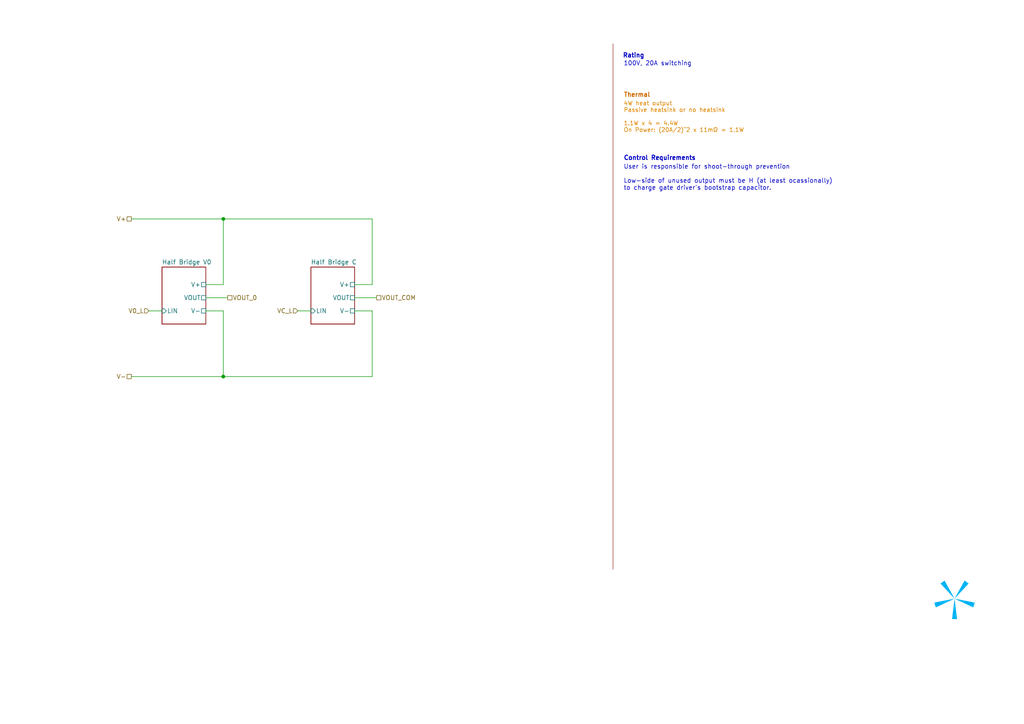
<source format=kicad_sch>
(kicad_sch
	(version 20250114)
	(generator "eeschema")
	(generator_version "9.0")
	(uuid "a240a2e7-d3c8-48f8-937b-cd4926dfbfd7")
	(paper "A4")
	(title_block
		(title "PULSER")
		(date "2025-03-27")
		(rev "3")
		(company "Spark Project")
		(comment 1 "Author: 夕月霞 (xyx)")
		(comment 2 "EDM Pulse Generator Board")
	)
	(lib_symbols)
	(text "100V, 20A switching"
		(exclude_from_sim no)
		(at 180.848 17.78 0)
		(effects
			(font
				(size 1.27 1.27)
			)
			(justify left top)
		)
		(uuid "438d43b5-cac1-4ab7-8a18-a900a4d841cf")
	)
	(text "Control Requirements"
		(exclude_from_sim no)
		(at 180.848 45.212 0)
		(effects
			(font
				(size 1.27 1.27)
				(thickness 0.254)
				(bold yes)
			)
			(justify left top)
		)
		(uuid "5ace9e3c-df35-4f90-8c45-744039d1bd57")
	)
	(text "Rating"
		(exclude_from_sim no)
		(at 180.594 15.494 0)
		(effects
			(font
				(size 1.27 1.27)
				(thickness 0.254)
				(bold yes)
			)
			(justify left top)
		)
		(uuid "99f27831-4a24-4827-a200-9bf24449205e")
	)
	(text "4W heat output\nPassive heatsink or no heatsink\n\n1.1W x 4 = 4.4W\nOn Power: (20A/2)^2 x 11mΩ = 1.1W\n"
		(exclude_from_sim no)
		(at 180.848 29.464 0)
		(effects
			(font
				(size 1.2 1.2)
				(thickness 0.1588)
				(color 221 133 0 1)
			)
			(justify left top)
		)
		(uuid "9c3b5ef3-934a-4180-9d6f-88bb85c54392")
	)
	(text "User is responsible for shoot-through prevention\n\nLow-side of unused output must be H (at least ocassionally)\nto charge gate driver's bootstrap capacitor."
		(exclude_from_sim no)
		(at 180.848 47.752 0)
		(effects
			(font
				(size 1.27 1.27)
			)
			(justify left top)
		)
		(uuid "eacb194e-6082-43b1-acf3-51e63a56ddef")
	)
	(text "Thermal"
		(exclude_from_sim no)
		(at 180.848 26.924 0)
		(effects
			(font
				(size 1.27 1.27)
				(thickness 0.254)
				(bold yes)
				(color 204 102 0 1)
			)
			(justify left top)
		)
		(uuid "f79c75ad-d67f-459e-b476-c96541ae86fa")
	)
	(junction
		(at 64.77 63.5)
		(diameter 0)
		(color 0 0 0 0)
		(uuid "6a9de577-efe2-4ce3-9a1c-1167adba67ca")
	)
	(junction
		(at 64.77 109.22)
		(diameter 0)
		(color 0 0 0 0)
		(uuid "acab6571-30fd-4019-8c08-75e143e35477")
	)
	(wire
		(pts
			(xy 107.95 90.17) (xy 107.95 109.22)
		)
		(stroke
			(width 0)
			(type default)
		)
		(uuid "0f19311e-0362-441f-84a5-71494fe050f6")
	)
	(wire
		(pts
			(xy 64.77 90.17) (xy 64.77 109.22)
		)
		(stroke
			(width 0)
			(type default)
		)
		(uuid "27202a8e-d27a-49c6-abe8-8b53240e9e4a")
	)
	(wire
		(pts
			(xy 59.69 90.17) (xy 64.77 90.17)
		)
		(stroke
			(width 0)
			(type default)
		)
		(uuid "289b182e-b090-4b95-926c-4df6bc7d23fa")
	)
	(wire
		(pts
			(xy 64.77 63.5) (xy 107.95 63.5)
		)
		(stroke
			(width 0)
			(type default)
		)
		(uuid "4708755e-f8bc-4b31-9221-1feb529ba446")
	)
	(wire
		(pts
			(xy 107.95 82.55) (xy 107.95 63.5)
		)
		(stroke
			(width 0)
			(type default)
		)
		(uuid "534bcb9b-16d5-4107-b26c-333457d923b7")
	)
	(polyline
		(pts
			(xy 177.8 12.7) (xy 177.8 165.1)
		)
		(stroke
			(width 0.127)
			(type solid)
			(color 132 0 0 1)
		)
		(uuid "639c429a-b945-4555-8b05-e0ba02132202")
	)
	(wire
		(pts
			(xy 59.69 86.36) (xy 66.04 86.36)
		)
		(stroke
			(width 0)
			(type default)
		)
		(uuid "701d9221-3bcf-4c1f-8df6-bc5e2069873a")
	)
	(wire
		(pts
			(xy 59.69 82.55) (xy 64.77 82.55)
		)
		(stroke
			(width 0)
			(type default)
		)
		(uuid "705d8718-71f6-40cd-8bc5-dd7ab9cbcad8")
	)
	(wire
		(pts
			(xy 64.77 82.55) (xy 64.77 63.5)
		)
		(stroke
			(width 0)
			(type default)
		)
		(uuid "7feee449-cbeb-47e0-81ef-91cb889dae4a")
	)
	(wire
		(pts
			(xy 102.87 90.17) (xy 107.95 90.17)
		)
		(stroke
			(width 0)
			(type default)
		)
		(uuid "8a30bdad-e303-42fb-879f-bb2eea51569d")
	)
	(wire
		(pts
			(xy 102.87 82.55) (xy 107.95 82.55)
		)
		(stroke
			(width 0)
			(type default)
		)
		(uuid "942ce402-ee41-4826-8975-0280f051d622")
	)
	(wire
		(pts
			(xy 64.77 109.22) (xy 107.95 109.22)
		)
		(stroke
			(width 0)
			(type default)
		)
		(uuid "bd856521-5978-481f-9af2-7bcac288b366")
	)
	(wire
		(pts
			(xy 86.36 90.17) (xy 90.17 90.17)
		)
		(stroke
			(width 0)
			(type default)
		)
		(uuid "c26598de-5d23-4b13-90b4-e08a200d9417")
	)
	(wire
		(pts
			(xy 102.87 86.36) (xy 109.22 86.36)
		)
		(stroke
			(width 0)
			(type default)
		)
		(uuid "ce2e5636-f2a9-470c-bf8b-0605f89c59ee")
	)
	(wire
		(pts
			(xy 38.1 109.22) (xy 64.77 109.22)
		)
		(stroke
			(width 0)
			(type default)
		)
		(uuid "da9c86c5-9807-4515-81a9-18204737d8b9")
	)
	(wire
		(pts
			(xy 38.1 63.5) (xy 64.77 63.5)
		)
		(stroke
			(width 0)
			(type default)
		)
		(uuid "e595005a-5e75-4b30-854c-7614f1e1b818")
	)
	(wire
		(pts
			(xy 43.18 90.17) (xy 46.99 90.17)
		)
		(stroke
			(width 0)
			(type default)
		)
		(uuid "e787198e-304b-43b4-8713-9e6a16394c0d")
	)
	(image
		(at 276.86 173.99)
		(scale 1.13867)
		(uuid "2885f030-e7ba-4213-8c73-3936ced8ff36")
		(data "iVBORw0KGgoAAAANSUhEUgAAATsAAAEsCAYAAAC8DxTkAAAACXBIWXMAAHc0AAB3NAG21TCYAAAA"
			"GXRFWHRTb2Z0d2FyZQB3d3cuaW5rc2NhcGUub3Jnm+48GgAAIABJREFUeJzt3XmcXFWZ//HPc6u6"
			"SchStzoJCESICoRFWQRBFASdYQmEpKtDj4qKMjogjALDjICjTMANMsBPQcffyG9cRp1xZlq6mgCC"
			"wCjDjhIREGRVFNSBJF1VSSBLV93n90d3lk56qeXee25VPe/Xyz/ounXOg3S+ObfuU+eIqmJqJ/2l"
			"tyJ6NR3rF+rC3V5zXY9pbfKdF6aQ8W9Dg0u0p+tB1/U0I891Ac1GQGSgeD6i9wPvpjzlfNc1mTYw"
			"M3MhcCzi3S39xcvkcvuzWyuxlV31pG/dHNLlbwOnbPPjtaQ69tFF0152VZdpbSO/d88Cma0/5E6C"
			"8hnaM/tP7iprLva3Q5UkX3oP6fIvGR10ADOoDF3qoibTJjoql7Ft0AEof46kfykDhQVOampCtrKb"
			"hNxFmsHiZxEuZfy/HMp4wcG6uOvJOGszrU+Wr51PpfI40DHOJQp8lbL/Ke1lU4ylNR1b2U1A+ot7"
			"USjehbCUif+/SlPxvhhXXaaNVCrLGD/oAAQ4j47ifbJ8zd4xVdWUbGU3DukvnYbo9UC2hnf9meYy"
			"P4msKNNWpL/4LoT/qeEtaxE9V7uz34+sqCZmYbcd6XtpKunpVwLn1f5mHuFR/3BdShB+ZaadCAj5"
			"4kPA2+p48/cYGjpXe+esC7+y5mW3sduQfOHNpKf/jHqCDkA5lLcU3hduVaYt5QunU0/QASgfIt2x"
			"QvpLbw23qOZmKztG/hYdKJ6HsgzYqcHhXqBU3F8/Mm9DGLWZ9iN9dJIu/hp4Y4NDDaF8icf9z9nd"
			"hq3shnuY8sXlKF+h8aADmEcm+8kQxjHtqqN0AY0HHUAHwlIOLv5Y+lftFsJ4Ta2tV3aSL70H9HvA"
			"7iEPXaQjtY8unLEq5HFNi5NbSlk26XNAV8hDv4LoR7Q7e2vI4zaNtlzZyV2kpb94GegdhB90AD5D"
			"lc9GMK5pdZv0MsIPOoBdULlF8sVrpY/OCMZPvLZb2Ul/cS+EfwPeGfFUQwTegbpk5rMRz2NahPSX"
			"3ojoryHiMBIexvPer4tmPhfpPAnTVis7GSgtQXiE6IMOoAMJrohhHtMqRK8i6qADUA6nEqyQfOED"
			"kc+VIG2xsmuod65heozmsvfGP69pJpIfPAq8+xj+RkSME7dPT17Lr+zkhsEDG+qda7yCayTuX2DT"
			"VAQE9a7Gxe+J8iHS6YflhuKhsc8ds5YNuy37znneCuDNDks5goFSr8P5TdL1l/4C4R3uCpD5eDzU"
			"6vvkteRtrNy8djZDlW8DC13XAoDyW6b6++sCNrouxSSL9NFJqvgEQlK+xH8H5aEztHfO/7ouJGwt"
			"l+LSX3w3Q5VHSUrQAQhvYEPxr12XYRIoVfxkgoIO4HjSHY9KfvAk14WErWVWdlXuO+dSAVL7aG7G"
			"ateFmGQYaSB+FpjlupYxtNw+eUkMhZrVsO+cS1mo/L3rIkyCbNJLSWbQweZ98tLFe1tln7ymX9lJ"
			"f+m9iH6D7betTqZNqOyvPZnfuC7EuBVbA3E4SqicrT2Z/3RdSCOSugqqngRpYIbrMqrUaY3GBgDR"
			"K2mOoAOYiejOrotoVNOv7ACkv3AuIv/kuo6qqR6tPdn7XJdh3JAb1xxJEDxA8/RfXqg5/8uui2hU"
			"86/sAO3Jfh3hMtd1VE28q63RuI0FwTU0z3//pa0QdNAiYQeg3f7lCNe4rqM6+nYGSj2uqzDxk/7S"
			"acTz3ezGKV/TnP8512WEpWXCDoBu/1Mo33RdRlVU/1FuDWWzUNMk5Ho6EP2S6zqq9H0e9893XUSY"
			"WirsFJSKfzbwQ9e1VOGNbCx+3HURJkazi38N7OO6jCosJ+uf2WpbubfEA4rtSR+ddBSWo3Ki61om"
			"UaDs7a29MwddF2KiJQNFH+U5kttXt9lPKRVPbsUzVFpqZbeZ9rKJ9IYelPtd1zKJLOnKJa6LMDFQ"
			"/QzJD7qfkyovbsWggxZd2W0m+bWzoHI3cIDrWiawCZEDtDvzvOtCTDRkoDgP5SnCOdApKs9A+hjN"
			"TX/FdSFRacmV3Waam7GacuUElN+6rmUCnSifd12EiZDKFSQ76F6krMe3ctBBi6/sNpOB0ptQvQdI"
			"6nFyCsE7Ndf1gOtCTLhkYM0RaPAgye2rW0kqdYwumvG060Ki1tIru820O/M8np4IJPVBgEDKdjRu"
			"RRq42YG4OiUCTmyHoIM2CTsAXZx9HA1OARK6174exUBxsesqTHikv5gDjnFdxzjW4+mpusR/xHUh"
			"cWmbsAPQnq4HUclBQncMVpbJ9XS4LsM0Tu4ijcgXXdcxjiECPU0XZ+9xXUic2irsALQncyfK+4GK"
			"61rGsC+7FM52XYQJwWDxHND9XZcxhgD0DF2S/ZHrQuLWFg8oxiIDxY+gfIvkfZ6yirLurb3ZkutC"
			"TH1k+aoZVNLPAru6rmU7iso52pP5hutCXGi7ld1m2u1/BzSJOwfPJu1Zo3Ezq6Q+Q/KCDpBPt2vQ"
			"QRuv7DaT/sIyRC5yXcdougGV/bTH/53rSkxtpH9wLuI9DSRts8trNedf4LoIl9p2ZbdFT/YSVK93"
			"XcZoMgXPGo2bknhXkLyg+1dy/t+4LsK1tg87BeXx7DmIJmt/feWDckPpcNdlmOrJQPEQ4HTXdYyi"
			"DJD1P6bDp4W1tbYPOwBdSsAr2Q+B3Oq6lm0Inl7tughTA+VqkvVn6r+Z6r9Pj6PsupAkSNJ/GKf0"
			"LIboeO00IEm9R8fKjYVTXRdhJif9xUXAn7muYwvVhygPdeuChPaUOtD2Dyi2J32FDB3yU5RDXdcy"
			"TJ9mZfYtehZDrisxY5M+UqSLjwIHuq5lxOOUveNsn8TRbGW3He3NltD0SaAJ+b6gzGdO4aOuqzAT"
			"6CicRXKC7nm0fKIF3Y5sZTcOuXHw9ah3L8qermsBXmFKsI8u6FrjuhAzmvStnE6681nQ17muBfgj"
			"aTlaT80keUszZ2xlNw5d3PUileBkYLXrWoBdWO99ynURZgzpzksSEnRF4GQLuvHZym4SI/uR3QnM"
			"cFzKesq6n/Zmf++4DjNC+lbvQTr1DO776l5D9QQ7eH1itrKbhHbP/BlIN6jrffmnkpLLHddgtpVO"
			"fRH3QbeJwOuxoJucreyqJP3FRQg3AGmHZQSIHKHdmRUOazCA5IsHA7/A7YKhAvJ+zWX6HNbQNGxl"
			"VyXt8Zej/CU4PUvTQ/Uqh/Obra7C7Z8fReRsC7rqWdjVQHv87yHq+pT0d8tAYYHjGtqa3FA4GTje"
			"cRUXaXfmm25raC4WdjXS7uzXUL7gtgjvGrnL6e1025I+UniyzG0RfF5zGfsqYY0s7OqgPf6lwJcd"
			"VrA/hdKZ7uZvYx2ljwJvdja/yNe12/8HZ/M3MXtAUScBIV/8JuAqdF4hVd5bF81e62j+tjPcQNzx"
			"DK6O5BT5dx7NfEiXOv3cuGnZyq5OCspK/2zgZkcl7EI5/beO5m5P6Y5P4ezsYb2docyZFnT1s5Vd"
			"g6Tvpamkp98KHOtg+vV4wXxd3PWig7nbiixftTvl9DMI0xzM/gDTNhyvJ+z6avxztw5b2TVIe+eu"
			"Z0qwCHDR+zaVirfUwbztp5L+vJug4zE6OcWCrnG2sguJ3Lx2NkPB3Q6OzwsIOLydDjuOm9xQOAhP"
			"fgGkYp1YeY50x9G6aNrLsc7bomxlFxJdOGMVWjkBeCHmqT1SekXMc7YXj6uIO+jgJTyOt6ALj63s"
			"QibL1+xNJbiXuI/SEzlRuzO3xzpnG5B86T2g/x3ztKug8i7Nzfp1zPO2NFvZhUwXzXyOQE8ACvFO"
			"rFdJX+yrj5Yml+MhsZ8DsgaRkyzowmdhFwFdkn0MglNQ4vxQ+SDSxQ/HOF/rO7h0Zszb868HFtlG"
			"D9Gw29gIyUDpBFRvAjpjmvKPTNu4rz25a9xIS9HTwOtjmnIItEdzWVd9my3PVnYR0u7M7aieSXw7"
			"pezOqztZo3EYOqZfRHxBp8DZFnTRspVdDKS/cC4i/xTTdOvQ8r7aM/tPMc3XciS/bhcoP0d8u1Nf"
			"qDnf4Xet24Ot7GKgPdmvo8T15e3pkLosprla1NAXiCvohEst6OJhK7sYSb5wFcjfxTBVBfQQzWV/"
			"FcNcLUXyq/eH1GPEsSO18jXt8T8Z+TwGsJVdvHLZi1Di2HAxBXJlDPO0HklfTRxBJ3yPx33XG8G2"
			"FVvZxWzk9PgfAL0xzHaC5jJ3RD9Pa5D+4rsRfhLDVMvJ+kv0OMoxzGVG2MouZtpLhbL/QUR/HMNs"
			"V8nl9t+4GsMNxMRxvsdPKRXfa0EXP/uD4ID2son0hh4g6uPvDuag4ocinqM1HFw8Azgs4ll+Rqq8"
			"WD8yz/WxnG3JbmMdkoGij3IXcHCE0/yBjvX76sLdXotwjqYmfS9NpWP6Uyh7RjjNE5A6VnMzVkc4"
			"h5mArewc0m6/SKp8MspvI5xmDzZNuSDC8ZtfetqFEQfdi5T1ZAs6t2xllwAyUHoTqvcQ3ZbfaykP"
			"7au9c/43ovGblvStm0O6/BwwM6IpXiGVepcumvF0ROObKtnKLgG0O/M8np4IDEY0xQw6Oi+NaOzm"
			"lqpcTnRBVyLgJAu6ZLCVXYLIjWuOJAjuBKZHMHyFIDhYl3Q9EcHYTUmWr51PpfI40BHB8K/h6Um6"
			"OHtPBGObOtjKLkF08cyHUMkBGyMYPoXnfSmCcZtXuXIV0QTdEKKnWdAli63sEkgGit0ofUTRyS/y"
			"59qdiXvn3cSRfPFY4K4Ihg5QOV17Mv8ZwdimAbaySyDt9geAjzG89U/Ig+vV7d5oLCAIUexArIic"
			"Y0GXTG39S59kmvP/FeFvIhj6EA4qvD+CcZvHQOEDKIeHPq7IJdqduT70cU0o7DY24SRfuBLk4pCH"
			"fYmO9fPbsdFYvvPCFDL+U8BeIY98peYynw53TBMmW9klXS77adBvhDzqXIZ2bs+thTKZCwg76JTv"
			"kMv8fahjmtBZ2CWcgvJY9lyQ/wh55M/I8lfjPe7RMbl57WyQS0IeNk/F/5hG8fmqCZWFXRPQpQSs"
			"zJyByI9CHHYGwdBnQhwv+TZVlgKZ0MYT7mSK/37tpRLamCYy9pldExk58erHwDEhDVmGykHtcEap"
			"5NfuC5VfEVpfnTxIedPx2jtnXTjjmajZyq6JaO/c9ZT1VIRHQhoyDakvhjRWsmllGeE1ED9OWU6x"
			"oGsutrJrQsNfXh+6B2R+KAN6+q5W7vaX/OBR4N0HSAjDPY+Wj7HT25qPreyakPZOX4mnxyP8PpQB"
			"A7lawgmCxBEQ1LuacP79/kBajrega04Wdk1KF3e9iKaOB14JYbgjyBfeG8I4yTNQeB/CO0IYaTVe"
			"cIKemoly70ETIbuNbXLSv+ZtSPDfNH7O6QtM8ffTBZFsQuCE9NFJuvgk8KYGh3oNLzheF3fdH0Zd"
			"xg1b2TU57Zn5c5TFoI2eazCPDaXWajROl86n8aDbROD1WNA1P1vZtQjpLy5CuIHGdkopQmrvVtg+"
			"XG4pZdmkzwFdDQxTQeV92pP5YVh1GXdsZdcitMdfjuiZQNDAMD5S+WxYNTm1SZfSWNApImdb0LUO"
			"W9m1GBkofAKVrzYwxBCBd6AumflsaEXFTPpLb0T0SWCnugdR/k57/GvCq8q4Ziu7FqPd2a8Bn2tg"
			"iA68oLkbjUWX0VjQXW5B13psZdeiJF/8P9DIfnh6jOay94ZWUEykf/DtiHc/9fbViXxduzN/HW5V"
			"JglsZdeqcv7fAt+u+/1KczYaS0MNxP/Go5nWeiJttrCwa1EKStn/K6C/rgFEjiRfOi3cqqIlA6W/"
			"AN5Z59tvZqV/pi5t6AGPSTC7jW1xIzul3AocW/Obld8y1d+/GRqNpY9OUsUnEPau+c3K/UzfeIKe"
			"sOurEZRmEsJWdi1Oe+euZ0qwCOHhmt8svIENxXMjKCt86eIn6go6eBSPUyzoWp+t7NqE3Lx2NkPB"
			"3aD71/jWAqT2SXKj8UgD8bPArBrf+iypjmN00bSXo6jLJIut7NqELpyxinL5eOCFGt+aRSrJPkhm"
			"k36W2oPuJZTjLejah63s2owsX7M3Fb0H9HU1vG0TIgdod+b5yAqrk9xUegNl/TW19dWtJKi8S5fM"
			"eiqqukzy2Mquzeiimc8RBCcChRre1onyhahqakgluILagm4NIgss6NqPrezalOQHj0K9OxCmVfkW"
			"xQuOTtLuHzKw5gg0eJDq++rWo5ykPf7dUdZlkslWdm1Kc10PIJKDqttKhCCVrEZjDa6h+nqGUO21"
			"oGtfFnZtTHOZO2rbKUWPIl/MRVpUlWSgtAQ4usrLFeEs7cneEmVNJtks7Nqcdmd/gOgnanjLVdJH"
			"Z2QFVUGupwPVK6p+g3Khdvvfia4i0wws7Azanf2/CJdWefkbSRXPjrSgycwpngPsU93F+lnt8b8S"
			"aT2mKdgDCrOF5AtXgfxdFZcOUvb20d6Zg5EXtR0ZKPoozwKzJ7+Yr2q3f170VZlmYCs7s1UuexHw"
			"L1Vc2UW6clHU5Ywp0E9TTdDBd+n2z4+6HNM8LOzMFiM7pXwc6Kvi8vOlv7hX1DVtS/oH5yJSzRZM"
			"N5L1P6pgty1mCws7M4r2UqHsfxDktomvlCkI8e5o7KWWAVMnueonlIrv0+Mox1GSaR72mZ0Zk9z8"
			"p50Zmno7E+8Pp6h3pPbM/Hnk9dxQPBSPh5n4L+ifUR76M+2dsy7qekzzsZWdGZMu3O01hIXALye4"
			"TJDg6lgK8riaiX9fn4DUyRZ0ZjwWdmZc2u0XSZVPQfntBJe9S/qLi6KsQ/LFxcB7xr+A3+MFC5K8"
			"DZVxz25jzaRkoPQmVO8Bdhv7Cn2aldm36FkMhT73XaQpFB8FDhjnkldIpd6li2Y8HfbcprXYys5M"
			"anhrJz0BGKevTuYzu/BXkUxeKJzN+EFXQjjRgs5Uw1Z2pmpy45ojCYI7geljvLySsu6jvdlSaPMt"
			"XzWDSvpZYNcxXn4N9MRmPO7RuGErO1M1XTzzIUS6GXunlDmkvXAbjcsdn2bsoNuE6GkWdKYWtrIz"
			"NZOBYjdKH5Ae/YpuoMx87c3+vuE5+lbvQTr1DLDzdi9VEDlduzP/1egcpr3Yys7UTLv9AeBj7PAN"
			"BZlCWj4fyiQdqSvYMegU5BwLOlMPW9mZukm+eB5w7XY/DhA5QrszKxoY92DgF2z/l7HIxdqd+cd6"
			"xzXtzVZ2pm6a869DZft95TxUG2s0lrEaiOVLFnSmEbayMw2TfPErwOgdRlQX1rMzsOQLC0Fu2u6n"
			"/6y5zDmN1GiMrexM4x7zLwT5j1E/E+9quWv7BxgTkz5SIFdu9+N+ypladlI2ZkwWdqZhupSAlZkz"
			"EPnRNj/dj8HSR2saKF34K+DALf8s3MkU/3TtpRJSqaaN2W2sCY30vTSV9PQfA8eM/OgVpgT76IKu"
			"NZO/d+V00p3Pbj28Wx5k2oY/1xN2fTW6ik07sZWdCY32zl1PWU9l+EkqwC5s9KrZ5h1SHRdvDToe"
			"p5OTLehMmGxlZ0InfevmkK7cDbofsB4vmK+Lu14c9/rlq3annH4GYRrKc1SGjtHeOf8bY8mmDdjK"
			"zoROe6evxKucAPwOmErgXTbhGyrpLyBMA/6Ax/EWdCYKtrIzkZEb1uyDF9wDzEHlbdqT+cWO1xQO"
			"wpNfAAW84Fhd3PVk/JWadmArOxMZXTLzWYSTgDWIXjXmRR5XAa8RyAILOhMlCzsTKe32f4nSA/oO"
			"yQ+etO1rMlBYAHIcIqfpkszDrmo07cHCzkROe/yfovJe8JZtbjSWPlKofAmVD2h35nbXNZrWZ5/Z"
			"mdjIQOGDqHRqzv+W9Jc+hmigOf9brusy7cHCzsRK+kunMWXTvWxKv1u7sz9wXY9pH3Yba2Ijfav3"
			"IFX5I2uD2Yj+TvpW7+G6JtM+bGVnIiHLV+2Opg6jIochHAbMRbmRin6ZlBzM9I0reG2nj6H8JbAW"
			"WAGsIAhWsKTrSd1hY1BjGmNhZxo2RrAdCcwBQHkOj6+xk//PumD47ArpL16qPf7nAeR6OphTfD9w"
			"EVs3AVgDPM62Afirrl/rUoKY/9VMC7GwM1WTu0izenA+nncYcBjCAShvBbrGuHwFcB2P+d/fPqRk"
			"oHiHdvvHj/oZCDcWFhLIxcA7xxhvHfA0wpPAClRXMCX7880BasxkLOzMmOR6Opg1uO+WYBv+36Hs"
			"eC7E9u7D02W6OHvTWC9KHynSxTWU/Znjbd0k+cLRIBcDpwAywVxDwLPIyApQdQXlV1do79z1k/37"
			"mfZjYWeQPjrxBvcZHWx6GMiUKocIgB8hctlkZ09I/+BcxHuRcmWu9s76w4TX5gtvRuQilPcBHVXW"
			"UgaeGRWA0zY9YjuoGAu7NiO3Ds5kgxyEyHCoKYcB84FUHcNtRPgvPO9zumjmc1XNP7xquwfVo7Un"
			"e19V7+kv7oVwIcpHRzYMqMefgBUoK0jpClLpB3ThjFV1jmWakIVdC5OBoo/qm7cLtv1ovOVoFco/"
			"Iamvam7G6ppqyhc+APJ9VD+gPdl/r+m9fYUMHfIRVC7ZZu+7RowOQOn8mS6a9nII45oEqumMAJNc"
			"w3vCdRyApweyNdj2B5EQmzh+h/Bldt74L3XfFip7IYDHXjW/tTdbAq6VW/lnNhTfi3Ipwt511TFs"
			"N2AhwkICAYaQfHFrAIo8QVB5Upd0PdHAHCYhbGXXhHZs9ZDDQ1rpjOdXwFWs9H+gZzHUyEDSX/gG"
			"ImeBfkNz2Y83NNbleBxSOIVAljL8WWNUisATWC9gU7OwS7gJe9iidx+eLmNx9uaw/mDLQOE2VE4E"
			"uU1zmQVhjAmjnuAuDGvMSVgvYJOxsEuIGnvYoqTALaheWe0DhFpIvvAUyHyQpzSX2T/08QdKh4Ge"
			"j3I69T10aYT1AiaYhZ0DDfSwRWkI4T+oBMui+oxKQMgX1zH877menD8tqltBWb5mbyrBJ4GzgZ2i"
			"mKNK1guYEBZ2EQuhhy1ayqsI36Ss12hv9vdRTiXLX92VytA250ukd9Xc9FcinbNv5etIdXwc4QIg"
			"E+VcNbBeQAcs7EIUcg9b1OpuH6mXDKw5Ag0e2vID9Y7Qnpk/j2XuWwdnstE7E+Vihp/CJpH1AkbI"
			"wq5OEfawRa3x9pE6Sb7UC/pfW36g0qs9mR/GWsOt7MSG4nuBzwL7xDl3nUYH4Kbyz+30tfpYn10V"
			"Yuphi1po7SMN2K63TmvutWvU8MMC/7tyOd/nkMIpqPwDyuFx11GD0b2A6Q7rBayTrey246CHLWqh"
			"t4/US/qLX0X4xNYf8FXt9s9zWNJwGfG3rUTBegEn0dZh57iHLUqRto/US/LFm9g2UJSbtMdf5K6i"
			"0aS/9FY8vcBR20oUduwFDLqeGm+3mVbXFmGXoB62qEXePtIIyRcfA96yzY8e05x/sKt6xrO1bUXP"
			"SsxT8/C0bS9gy4VdQnvYohVj+0gjJF8sMrr9Y43m/KS0g+wgoW0rUWiLXsCmDrvE97BFL/b2kXrJ"
			"LaUsm3RwxxfIardfdFBS1ZqkbSVsLdcL2DRh12Q9bFEbbh9Jr/9/unC311wXUw0ZKB6C8sgYLx2i"
			"Of/R2AuqQxO2rUShaXsBExl2TdzDFrXHgavJ+v+ux1F2XUwtJF9cDAzs8IKyWHv85fFXVL8tu60k"
			"v20lLk3RC+g87MbvYZvw7IF2k5j2kXrJQPF8lK+M8dL5mvOvi72gkLRI20oUEtcLGGtT8dg9bOnX"
			"Ic36RzhSw+0jXnCFLu6633UxDdNxN+uMvbE4TJrL3gvc24JtK43a2gyNgudtfkDlrBcwspVdC/ew"
			"RW24fUSCK3Vx15OuiwmL5Is3AD07vKDcoD3+afFXFA0ZKL0J1fNatG0lCrH1AjYcdm3Uwxa1dcC3"
			"8IKrdXHXi66LCZvkiw8z1m7CwsPa7b8t/oqi1UZtK1GIpBewprBryx626A23j1S867R35o6tGS1C"
			"8sWVwOwxXlqpOX+XuOuJS5u2rUSh4V7AccPOetgi9wLCV5qpfaRecvvL03h1p3XjXjBt4/Rm7t+q"
			"xjZtK58B9nVdT4uoqRdQVNV62OLVtO0j9ZIbBw8g8CZ4Elc5QHOzfh1fRe5sc0jQpUDL3b4nxJi9"
			"gEJ/4V7gHVirR9T+B9FldGdva7dnzzJQWIDKj8a/Iligua7b4qvIPQFhoHASKhcDx7qup8UpcL+H"
			"ymNY0EUlAG6G4B2a84/T7uyt7RZ0I+ZN/LJM8nrrUVDtzt6qOf84At6K8D1oz91IYiCIPOrhcYPr"
			"SlrQJoTv4QVv0Zx/qua6HnBdkFPj99iN8Jq6165RusR/RLv9MxCZD1wHusF1TS1HucFjKHMXsNJ1"
			"LS1iHXAdXrC3dvtntFKfXGMmDbO2DrvNtDvzvOb880l1zkO5nOENOU3jVpPN3O2NNO/d5LqaJrcS"
			"5XLK3l6a889vxT65Bk0cZhr/9uxJpoumvaw9/mVMCfYa6dP7o+uampoyoMdRHv5ifaB2K1ufFxAu"
			"oGP9PO3xL2vlPrnG6LwJX5bJPtNrT7qga412+9cyxX8j8GHgGdc1NSVvON+GW0+up4M5xZeBrOOy"
			"msVjwDXt1D5SL+mjk3RxPRPvWBMwxd+5HXbLbYS1rdSlRNnfRXvZ5AGMnDY1QWuAGXEfni4i5x+i"
			"Of+7FnRV2GnNnky+NZfHxtLcOMppZrqUQBdnb9KcfwToMcDNrmtqAjdpL5tg219Ctaey49i2feRo"
			"XZy9qU3bR+pTnuQWdqtqrzMM77aiOf9Ua1uZhGzNta1hV1l3G0pLf2WnRsPtI1TebO0jDfCqfNJq"
			"DynqYm0rE3qN9PrbN//DlrDT3rnrEW51U1OiDLePaPAm7fbPaJevMUWn6hCzsGuAta2M6ZZtv3e+"
			"3Wcpbf1UdnT7SE/XS64LagmTNhRvYWEXgi1tK6nynm3ftqIyKs9Gh125fHPbLYOV31r7SKTmhXyd"
			"qYIumr12dNuKPu26pphtZGpl1J3qqLDT3jnrULkj3pqceQz4MF3+vtrtX9vq2yw5ZCs7h3QBGzXn"
			"f5fHsgfg6SLgZ65rismPdUHXmm1/sGNLgLR4rBx6AAAI6ElEQVT8U1lrH4mJ9JEC9qjy8rlyV7xn"
			"orSTbdpWjmyTtpUdcmyssLsRhvtSWshw+4gGR1n7SIxSxblUf6hTmpWF3aMsxwzb0rYiHNqibStD"
			"lL0dwnyHsBs+nV3viqWk6I1uH+npetB1QW2mtlvTTruVjZN2+7/Ubv8MVPYFrgOq3uI80UR/MtZn"
			"72N3tovX7Ley1j6SDLWFV/VPbk2ItCfzG83550O6NdpWdOz8Gjvs0l4/NOVnWcPtI52yp7WPJEC1"
			"DcWbWdg5pbnpr2zXtvIH1zXVoQKpG8d6Ycyw04UzVgH3RlpSmDa3j5TX7aU9/mV6SqbguiRDPeFl"
			"YZcAW9pWyk3ZtnK35qa/MtYL439BW5qiwfhRtm0fqeFYNRODmrdukhqvN1HSXjY1X9vK+Lk1/pOy"
			"oSBPOnUtk+9Y4cJ9eLqMxdmb7alqgtnKriXoUgLI3gTcJPnC0SAXAwtd1zUGRXXMW1iY5JBsyZfu"
			"Bz0qkrJqFwA/QoMv2lPV5BMQ8oXXajtnWDeQy+5sf4ElnwwUDwEuRDmdpBy5qtyvPf47x3t54lWb"
			"JuJWdrh9JKgcaO0jTaR/1etqP1BdptC3ctdoCjJhSmTbyiRfiJg47IZPHnP1t+xatm0fWTLrKUd1"
			"mLrUeWJY5052K9tExmhbcfdwUGVgopcnDDvt9l8AHgmzniq8MtI+YruPNLVUfaFl+9o1pW3aVvZy"
			"1LayQnsyv5nogskfPsR1K7u1fWSetY+0gPoP0an3fSYBdmxbkXjuyKroHpk87CT9w1CKGZ+1j7Si"
			"+huEbWXXAra2rWQOxNNFqD4U6YSVID/ZJZOGneZmPAM8EUpBo23efeRQ232kBdX67YnN7Da2pWzZ"
			"baUn+/ZtdlsJ+znAr6r5TL/aHrqwbmWHdx/xvLfb7iMtrv7QsrBrUVt2W2HLbivhLHCqPCysurBr"
			"/BDt0e0ji2dGu6Q1SbBnne+zsGtxmvMfHWlbGTkkqMG2lVR1+TRhU/GoC/OFp0Dm11jGWuDblCv/"
			"qL2zmvFLxaYOkl87Cyqr6h6g7M2y7fHbh+TX7YKWz0U4D8jW+PZnNefvW82FtXwVbMIelu2Mbh+x"
			"oGsvGjS2OvMafL9pKo21rUjVd53Vh52mqhn0N9Y+YpCqD8Ye5/3WftKO6mpbCap/nlB92PXMfBj4"
			"3Tiv/hL4MFl/vrWPGBr/3M1Wdm1sh7YVZLyviL7IksyKaset+oATBRUhj3LBNj+23UfMWBq8jbWw"
			"M+PutnIKICOX/LCW3Klt+6bhb1NY+4iZWKM7DtuOxWY7Y7at1PjtrtrC7rHs/Yjsa+0jZkKNr8ws"
			"7MyYtrStiOzH49kHanlv1a0nxlRL8sVBam8h2Nag5vxZYdVjDCRzF2LTxGT5qhk0FnQAXSPjGBMa"
			"CzsTrkqdWzttb8ir9xsYxozJws6EbV4oo4iEM44xIyzsTNjCerhgDylMqCzsTNgs7EwiWdiZsIUT"
			"UtZYbEJmYWdCJvNCGSaw78eacFnYmbCFsyKTOk8nM2YcFnYmNPKdF6YAu4Qzmu46Mp4xobCwM+Hp"
			"mrUXW7+k3SghM8t67UxoLOxMeIKwN920TTxNeCzsTHjC3q3Edj8xIbKwM2EKOZzsWEUTHgs7E6KQ"
			"w8l67UyILOxMmOaFOppar50Jj4WdCVO4KzGxlZ0Jj4WdCYVcTwewe6iDKnuMjGtMwyzsTDh2K80F"
			"UiGPmmKX4h4hj2nalIWdCUcloien1n5iQmJhZ8IRXShZ2JlQWNiZcEhkT06jGte0GQs7Ew5b2ZmE"
			"s7AzYbGwM4lmYWfCYg8oTKJZ2JmGyeV4wNxoBmfPkfGNaYj9EpnGHbB6N2CniEbv5NBVr4tobNNG"
			"LOxM4zol2lvNim3RbhpnYWcaV5F5kY5vB2abEFjYmcZFvRWTPaQwIbCwM42LPIzsNtY0zsLOhCDy"
			"MLKwMw2zsDNhiDiMbHt20zgLO9M41aiPPJwX8fimDVjYmYZI37o5CNMinmZnuXnt7IjnMC3Ows40"
			"xqvEc4tZtjNkTWMs7ExjotvaaXtxzWNalIWdaVBMDw/UHlKYxljYmcbEd7arhZ1piIWdaUx8326w"
			"sDMNsbAzjZrXYvOYFmVhZxplKzvTFCzsTN3k1sGZQCam6XzpK8Q1l2lBFnamfhu8N8Q6X3wPQ0wL"
			"srAz9Yt766W0hZ2pn4WdaUS84WP72pkGWNiZ+sV9W2lhZxpgYWfqF3v4RHzWhWlpFnamfvF9L3az"
			"uOczLcTCztQv/ttKW9mZulnYmbrIzX/aGYh7j7ld5PaXo947z7QoCztTn6HOvQCJfd616dfHPqdp"
			"CRZ2pk6uHhZ02K2sqYuFnamPptyETsr2tTP1sbAz9XITOtZrZ+pkYWfqE3/bidt5TdOzsDP1cbVN"
			"um3PbupkYWfqI85uJy3sTF0s7EzNpI9OYDdH0+8+Mr8xNbGwM7XrKL0ed787HqnSXEdzmyZmYWdq"
			"5/yJqH1uZ2pnYWfqoPOcTm9PZE0dLOxMPdyurJyvLE0zsrAz9XAdNq7nN03Iws7Uw23YuGt7MU3M"
			"ws7Uzv1tpOv5TROysDM1kT5SCK5bP14vfaQc12CajIWdqU3n4O5Ah+MqOkgNumpqNk3Kws7UJkjK"
			"oTdJqcM0Cws7U5uk9LglpQ7TNCzsTG3cP5wYlpQ6TNOwsDO1SkrIJKUO0yQs7EytkhEyXkLqME3D"
			"ws7USOY5LmCY2md2pjYWdqZqMnx0YkKOMpQ9xcVRjqZpWdiZ6i1/dRdgqusyRkwlv26O6yJM87Cw"
			"M9XTyjzXJYwiwTzXJZjmYWFnqpe0w26SVo9JNAs7U73k9bYlrR6TYBZ2pgYJW0nZys7UwMLO1CJp"
			"4ZK0ekyCWdiZWsxzXcAo9v1YUwMLO1OLPV0XsB1b2ZmqWdiZqkjfmi5gpus6tjNTbillXRdhmoOF"
			"namOFyRzFTVkDylMdSzsTHVSCb1lTF47jEkoCztTraSGSlLrMgljYWeqk9wVVFLrMgljYWeqNc91"
			"AeOY57oA0xws7Ey1krqCSmpdJmEs7Ey1khoqSa3LJMz/BzS5D5EH5SGfAAAAAElFTkSuQmCCT1dT"
			"L2ZvbnRzXFNlZ1VJVmFyLnR0ZgAAAAAAAAAAAAAA6vUL2AD/AYAAAAAAAAAAAAQAAAAAAAAAAQAA"
			"AAAAAAABAAAAAAAAAAAAAAAAAAAA5fUI2AAAAoAAAAAAAAAAAAMAAAAAAAAAQDWTRM8BAAABAAAA"
			"AAAAAAAAAAAAAAAA4PUV2AABAoAAAAAAAAAAAAQAAAAAAAAAAQAAAAAAAAABAAAAAAAAAAAAAAAA"
			"AAAA4/US2AACAoAAAAAAAAAAAAMAAAAAAAAAUPWTRM8BAAABAAAAAAAAAAAAAAAAAAAA/vUf2AAD"
			"AoBDOi9XSU5ET1dTL2ZvbnRzXFNpdGthVkYtSXRhbGljLnR0ZgAAAAAA+fUc2AAEAoAAAAAAAAAA"
			"AAQAAAAAAAAAAQAAAAAAAAABAAAAAAAAAAAAAAAAAAAA9PUZ2AAFAoAAAAAAAAAAAAgAAAAAAAAA"
			"IO7oPs8BAAABAAAAAAAAAAAAAAAAAAAA9/Um2AAGAoBAPpNEzwEAAAMAAAAAAAAAwPWTRM8BAAAB"
			"AAAAAAAAAAAAAAAAAAAA8vUj2AAHAoAAAAAAAAAAAAMAAAAAAAAA0DWTRM8BAAABAAAAAAAAAAAA"
			"AAAAAAAAjfUg2AAIAoAAAAAAAAAAAAMAAAAAAAAAAPeTRM8BAAABAAAAAAAAAAAAAAAAAAAAiPUt"
			"2AAJAoAAAAAAAAAAAAQAAAAAAAAAAQAAAAAAAAABAAAAAAAAAAAAAAAAAAAAi/Uq2AAKAoCwNJNE"
			"zwEAAAMAAAAAAAAA8PWTRM8BAAABAAAAAAAAAAAAAAAAAAAAhvU32AALAoAAAAAAAAAAAAMAAAAA"
			"AAAAYPWTRM8BAAABAAAAAAAAAAAAAAAAAAAAgfU02AAMAoAAAAAAAAAAAAMAAAAAAAAAYMd7RM8B"
			"AAABAAAAAAAAAAAAAAAAAAAAnPUx2AANAoAgNJNEzwEAAAMAAAAAAAAAQPaTRM8BAAABAAAAAAAA"
			"AAAAAAAAAAAAn/U+2AAOAoBDOi9XSU5ET1dTL2ZvbnRzXFNpdGthVkYtSXRhbGljLnR0ZgAAAAAA"
			"mvU72AAPAoAAAAAAAAAAAAMAAAAAAAAAoDuTRM8BAAABAAAAAAAAAAAAAAAAAAAAlfU42AAQAoBQ"
			"SZNEzwEAAAMAAAAAAAAAcPWTRM8BAAABAAAAAAAAAAAAAAAAAAAAkPVF2AARAoBDOi9XSU5ET1dT"
			"L2ZvbnRzXFNpdGthVkYtSXRhbGljLnR0ZgAAAAAAk/VC2AASAoAAAAAAAAAAAAMAAAAAAAAAgMl7"
			"RM8BAAABAAAAAAAAAAAAAAAAAAAArvVP2AATAoAAAAAAAAAAAAMAAAAAAAAAUPeTRM8BAGV4dAAA"
			"AAAAAAAAAAAAAAAADwAAAAAAAAAAAAAAAAAAAAAAAAAAAAAAAAAAAAAAAAAAeMb6GgIAAAAAAAAA"
			"AAAAAAAAAAAAAAAPAAAAAAAAAAD/8voaAgAAAAAAAAAAAAAAAAAAAAAAAA8AAAAAAAAAAGl0a2Eg"
			"VGV4dAAAAAAAAAAAAAAAAAAADwAAAAAAAAAAAAAAAAAAAAAAAAAAAAAAAAAAAAAAAAAAAPP6GgIA"
			"AAAAAAAAAAAAAAAAAAAAAAAPAAAAAAAAAABpc3BsYXkgQm9sZAAAAAAAAAAAAAAAAA8AAAAAAAAA"
			"AGl0a2EgVGV4dAAAAAAAAAAAAAAAAAAADwAAAAAAAAAAAAAAAAAAAAAAAAAAAAAAAAAAAAAAAAAA"
			"d8b6GgIAAAAAAAAAAAAAAAAAAAAAAAAPAAAAAAAAAAD58voaAgAAAAAAAAAAAAAAAAAAAAAAAA8A"
			"AAAAAAAAAGl0a2EgVGV4dAAAAAAAAAAAAAAAAAAADwAAAAAAAAAAAAAAAAAAAAAAAAAAAAAAAAAA"
			"AAAAAAAA+PL6GgIAAAAAAAAAAAAAAAAAAAAAAAAPAAAAAAAAAABlYWRpbmcAAAAAAAAAAAAAAAAA"
			"AAAAAA8AAAAAAAAAAGl0a2EgVGV4dAAAAAAAAAAAAAAAAAAADwAAAAAAAAAAAAAAAAAAAAAAAAAA"
			"AAAAAAAAAAAAAAAAeMb6GgIAAAAAAAAAAAAAAAAAAAAAAAAPAAAAAAAAAAD+8voaAgAAAAAAAAAA"
			"AAAAAAAAAAAAAA8AAAAAAAAAAGl0a2EgVGV4dAAAAAAAAAAAAAAAAAAADwAAAAAAAAAAAAAAAAAA"
			"AAAAAAAAAAAAAAAAAAAAAAAAgMb6GgIAAAAAAAAAAAAAAAAAAAAAAAAPAAAAAAAAAAAF8/oaAgAA"
			"AAAAAAAAAAAAAAAAAAAAAA8AAAAAAAAAAGl0a2EgVGV4dAAAAAAAAAAAAAAAAAAADwAAAAAAAAAA"
			"AAAAAAAAAAAAAAAAAAAAAAAAAAAAAAAAC/P6GgIAAAAAAAAAAAAAAAAAAAAAAAAPAAAAAAAAAABp"
			"c3BsYXkAAAAAAAAAAAAAAAAAAAAAAA8AAAAAAAAAAGl0a2EgVGV4dAAAAAAAAAAAAAAAAAAADwAA"
			"AAAAAAAAAAAAAAAAAAAAAAAAAAAAAAAAAAAAAAAAfsb6GgIAAAAAAAAAAAAAAAAAAAAAAAAPAAAA"
			"AAAAAAAK8/oaAgAAAAAAAAAAAAAAAAAAAAAAAA8AAAAAAAAAAGl0a2EgVGV4dAAAAAAAAAAAAAAA"
			"AAAADwAAAAAAAAAAAAAAAAAAAAAAAAAAAAAAAAAAAAAAAAAADPP6GgIAAAAAAAAAAAAAAAAAAAAA"
			"AAAwj9e9ywIAAAEAAAAAAAAAAAAAAAAAAABbIC2MACUCgAAAAAAAAAAAAwAAAAAAAABQqm2+ywIA"
			"AAEAAAAAAAAAAAAAAAAAAACmINKMACYCgJCICrLLAgAAAwAAAAAAAADQq22+ywIAAAEAAAAAAAAA"
			"AAAAAAAAAAChINeMACcCgMCFCrLLAgAAAwAAAAAAAABQkte9ywIAAAEAAAAAAAAAAAAAAAAAAACs"
			"INSMACgCgMCICrLLAgAAAwAAAAAAAADQsm2+ywIAAAEAAAAAAAAAAAAAAAAAAACvINmMACkCgPCI"
			"CrLLAgAAAwAAAAAAAAAQsm2+ywIAAAEAAAAAAAAAAAAAAAAAAACqIN6MACoCgMCLCrLLAgAAAwAA"
			"AAAAAABgkte9ywIAAAEAAAAAAAAAAAAAAAAAAAC1IMOMACsCgAAAAAAAAAAAAwAAAAAAAACAhgqy"
			"ywIAAAEAAAAAAAAAAAAAAAAAAACwIMCMACwCgICJCrLLAgAAAwAAAAAAAAAQt22+ywIAAAEAAAAA"
			"AAAAAAAAAAAAAACzIMWMAC0CgLCJCrLLAgAAAwAAAAAAAAAwtm2+ywIAAAEAAAAAAAAAAAAAAAAA"
			"AAC+IMqMAC4CgPCLCrLLAgAAAwAAAAAAAAAQtm2+ywIAAAEAAAAAAAAAAAAAAAAAAAC5IM+MAC8C"
			"gDCFCrLLAgAAAwAAAAAAAACwsW2+ywIAAAEAAAAAAAAAAAAAAAAAAACEIMyMADACgEM6L1dJTkRP"
			"V1MvZm9udHNcbWluZ2xpdWIudHRjAAAAAAAAAAAAAACHIPGMADECgEM6L1dJTkRPV1MvZm9udHNc"
			"bWluZ2xpdWIudHRjAAAAAAAAAAAAAACCIPaMADICgAAAAAAAAAAAAwAAAAAAAACwkde9ywIAAAEA"
			"AAAAAAAAAAAAAAAAAACNIPuMADMCgAAAAAAAAAAACAAAAAAAAABgcm6+ywIAAAEAAAAAAAAAAAAA"
			"AAAAAACIIPiMADQCgAAAAAAAAAAAAwAAAAAAAACQkte9ywIAAAEAAAAAAAAAAAAAAAAAAACLIP2M"
			"ADUCgAAAAAAAAAAABAAAAAAAAAABAAAAAAAAAAEAAAAAAAAAAAAAAAAAAACWIOKMADYCgHCBCrLL"
			"AgAAAwAAAAAAAABQlde9ywIAAAEAAAAAAAAAAAAAAAAAAACRIOeMADcCgAAAAAAAAAAACAAAAAAA"
			"AACgcW6+ywIAAAEAAAAAAAAAAAAAAAAAAACcIOSMADgCgKCHCrLLAgAAAwAAAAAAAADQkte9ywIA"
			"AAEAAAAAAAAAAAAAAAAAAACfIOmMADkCgFCJCrLLAgAAAwAAAAAAAADwkte9ywIAAAEAAADu51YD"
			"OAAfeswCAABnBAAAyO5VA7gAH3rMAgAAfRkAAPA2VANYAB96zAIAAGsEAAAQwlIDuAAfeswCAAB9"
			"GQAAkmpSA3gAH3rMAgAAGAAAAMz/A4CwiKSYywIAAAEAAAC4Y1MDYslkCPA2VANiAwAADwAAAGID"
			"AAAVAAAAGAAAAHBAAoCwiKSYywIAAAEAAADu51YDmE1oCHCQVgNiAwAADwAAAGIDAAAVAAAAagQA"
			"APA2VAO4AB96zAIAAH0ZAAAQwlIDmAAfeswCAABoBAAAkmpSA7gAH3rMAgAAfRkAAMwABIAYAR96"
			"zAIAAFUEAACRtAUDuAAfeswCAAB9GQAADacHAzgBH3rMAgAAL0f4BqZNCQPNV/cGzbAJA7NU9gbN"
			"sAkDUWX1BqZNCQMarvQGb5YIA/NK9AYNpwcD80r0BvOjBgMarvQGkbQFA1Fl9QZa/QQDs1T2BjOa"
			"BAPNV/cGM5oEAwAAAAAAAAAAOXjJ0swBBIC4gb8FUD4FAzp4ztL4QQKAkoi+BTCzBgOSiL4F0JcH"
			"AxDgvgUIawgDuIG/BbAMCQPwVMAFLmQJA5A5wQUuZAkDyAzCBbAMCQNwrsIFCGsIA+4FwwXQlwcD"
			"7gXDBTCzBgNwrsIF+N8FA8gMwgVQPgUDkDnBBdLmBAPwVMAF0uYEAwEAAAABAAAAAnj20gACBIA4"
			"tvwJUD4FA5AU/An43wUDEr37CTCzBgMSvfsJ0JcHA5AU/AkIawgDOLb8CbAMCQNwif0JLmQJAxBu"
			"/gkuZAkDSEH/CbAMCQPw4v8JCGsIA246AArQlwcDbjoACjCzBgPw4v8J+N8FA0hB/wlQPgUDEG7+"
			"CdLmBAMKeP7S0kICgE0y8AMAAAAAC3j/0ngDBICvMCcF2kB4CObnJwUR+HgIDUsoBXPneQgNSygF"
			"jep6CObnJwXv2XsIrzAnBSaRfAhNQSYFTfR8CDM+JQVN9HwI0U4kBSaRfAialyMF79l7CHM0IwWN"
			"6noIczQjBbD2eQgSgSMFsPZ5CBKBIwVQ23oI8AEAAAAAAAATeOfSMBEAgAAgAAAAAAAA8B8AAAAA"
			"AACQJR96zAIAAKADH3rMAgAAagQAADCzBgPweB56zAIAABAZAAAIawgDwHUeeswCAABoBAAALmQJ"
			"A/B4HnrMAgAAEBkAALAMCQOgAx96zAIAAFUEAADQlwcD8HgeeswCAAAQGQAA+N8FA8ADH3rMAgAA"
			"VAQAANLmBAPweB56zAIAABAZAAAAAAAA4AMfeswCAABTBAAA2kB4CPB4HnrMAgAAEBkAAHPneQgA"
			"BB96zAIAAEsEAADv2XsI8HgeeswCAAAQGQAATfR8CCAEH3rMAgAATgQAACaRfAjweB56zOQAgAAA"
			"AAAAAAAACQAAAAAAAAAAAAAAAAAAAAAAAAAAAAAAAAAAAAAAAAAAAAAAAAAAAAAAAAAAAAAAv4+r"
			"EADlAIAAAAAAAAAAAAkAAAAAAAAAAAAAAAAAAAAAAAAAAAAAAAAAAAAAAAAAAAAAAAAAAAAAAAAA"
			"AAAAAIOPrxAA5gCAAAAAAAAAAAAJAAAAxXvmb+/3397960H/fmr/yvv9/wj/9f/g2d17n78uAHDq"
			"eV0AAAAAAAAAAACHj5MQAOcAgAAAAAAAAAAACQAAAIdp4m/v91bC9esBex5o/8rq7P4Id5U/oBhN"
			"eY+5JgBwahldAAAAAAAAAAAAi4+XEADoAIAAAAAAAAAAAAkAAAAAAAAAAAAAAAAAAAAAAAAAAAAA"
			"AAAAAAAAAAAAAAAAAAAAAAAAAAAAAAAAAI+PmxAA6QCAAAAAAAAAAAAJAAAAAAAAAAAAAAAAAAAA"
			"AAAAAAAAAAAAAAAAAAAAAAAAAAAAAAAAAAAAAAAAAACTj58QAOoAgAAAAAAAAAAACQAAAIVhYmfu"
			"91bK9UsBcR5q/8pj/P4AP5A/oBhNeY6/LgBw6lldAAAAAAAAAAAAl4+DEADrAIAAAAAAAAAAAAkA"
			"AAAAAAAAAAAAAAAAAAAAAAAAAAAAAAAAAAAAAAAAAAAAAAAAAAAAAAAAAAAAAJuPhxAA7ACAAAAA"
			"AAAAAAAJAAAAAAAAAAAAAAAAAAAAAAAAAAAAAAAAAAAAAAAAAAAAAAAAAAAAAAAAAAAAAACfj4sQ"
			"AO0AgAAAAAAAAAAACQAAAAAAAAAAAAAAAAAAAAAAAAAAAAAAAAAAAAAAAAAAAAAAAAAAAAAAAAAA"
			"AAAA44+PEADuAIAAAAAAAAAAAAkAAAAAAAAAAAAAAAAAAAAAAAAAAAAAAAAAAAAAAAAAAAAAAAAA"
			"AAAAAAAAAAAAAOeP8xAA7wCAAAAAAAAAAAAJAAAAxXvmb+/3397960H/fmr/yvv9/wj/9f/g2d17"
			"n78uAHDqeV0AAAAAAAAAAADrj/cQAPAAgAAAAAAAAAAACQAAAMV75m/v99/e/etB/35q/8r7/f8I"
			"//X/4Nnde5+/LgBw6nldAAAAAAAAAAAA74/7EADxAIAAAAAAAAAAAAkAAAAAAAAAAAAAAAAAAAAA"
			"AAAAAAAAAAAAAAAAAAAAAAAAAAAAAAAAAAAAAAAAAPOP/xAA8gCAAAAAAAAAAAAJAAAAAAAAAAAA"
			"AAAAAAAAAAAAAAAAAAAAAAAAAAAAAAAAAAAAAAAAAAAAAAAAAAD3j+MQAPMAgAAAAAAAAAAACQAA"
			"AAAAAAAAAAAAAAAAAAAAAAAAAAAAAAAAAAAAAAAAAAAAAAAAAAAAAAAAAAAA+4/nEAD0AIBTZWdv"
			"ZSBVSQAAAAAAAAAAAAAAAAAAAADp1p/+AOgBgNCe0LHRi9GH0L3Ri9C5AAAAAAAAAAAAAO/Wnf4A"
			"6QGABgAAABAAAADwxwAAAAAAAAAAAAAAAAAA7dab/gDqAYBTZWdvZSBVSQAAAAAAAAAAAAAAAAAA"
			"AADT1pn+AOsBgFNlZ29lIFVJIFNlbWlib2xkAAAAAAAAANHWp/4A7AGAU2Vnb2UgVUkAAAAAAAAA"
			"AAAAAAAAAAAA19al/gDtAYBOb3Jtw6FsbmUAAAAAAAAAAAAAAAAAAADV1qP+AO4BgAAAAAAAAAAA"
			"QpUNfAAAAACQnsntlAIAANvWof4A7wGABgAAABAAAACwnAAAAAAAAAAAAAAAAAAA2dav/gDwAYBN"
			"UyBTZXJpZgAAAAAAAAAAAAAAAAAAAADf1q3+APEBgAAAAAAAAAAA7pP2uAAAAADwnMntlAIAAN3W"
			"q/4A8gGAAAAAAAAAAACCpQF/AAAAALCYye2UAgAAw9ap/gDzAYBNUyBTZXJpZgAAAAAAAAAAAAAA"
			"AAAAAADB1rf+APQBgAAAAAAAAAAAQpUBfwAAAAAwYcntlAIAAMfWtf4A9QGAAAAAAAAAAADKkCMg"
			"AAAAANCcye2UAgAAxdaz/gD2AYBTZWdvZSBVSSBTZW1pYm9sZAAAAAAAAADL1rH+APcBgAYAAAAQ"
			"AAAAkLsAAAAAAAAAAAAAAAAAAMnWv/4A+AGAU2Vnb2UgVUkgU3ltYm9sAAAAAAAAAAAAz9a9/gD5"
			"AYAGAAAAEAAAACDJAAAAAAAAAAAAAAAAAADN1rv+APoBgFN0YW5kYXJkAAAAAAAAAAAAAAAAAAAA"
			"AAAAAAAAAAAAAAAAAAAAAAAAAAAAAAAAAAAAAAAAAAAAAQEAAH5Y6wCQ3sTtlAIAALAgzO2UAgAA"
			"DAAAAAAAAABj779dAAAAAPkAAAAAAAAAYKDJ7ZQCAAAAAAAAAAAAAAAAAAAAAAAAAAAAAAAAAAAA"
			"AAAAAAAA/gAAAAAAAAAAAAAAAAAAAAAAAAAAAAAAADrVQf0AAACAS3JlcGtvAAA51UD9AAEAgMSR"
			"w6LMo20AONVP/QACAIBSZWd1bGFyAD/VTv0AAwCAUmVndWxhcgA+1U39AAQAgHpoLWNuAAAAPdVM"
			"/QAFAIB6aC1jbgAAADzVS/0ABgCARmV0dAAAAAAj1Ur9AAcAgEZldAAAAAAAItVJ/QAIAIBWZXQA"
			"AAAAACHVSP0ACQCAZW4AAAAAAAAg1Vf9AAoAgGt1cnNpdgAAJ9VW/QALAIBlbgAAAAAAACbVVf0A"
			"DACAQXJydW50YQAl1VT9AA0AgETFkWx0AAAAJNVT/QAOAIBDb3JzaXZvACvVUv0ADwCAQwAAAAAA"
			"AAAAAAAAAAAAAAAAAAAAAAAAAAAAAAAAAAAAAAAAAAAAAAAAAAAAAAAAAAAAAAAAAAAAAAAAAAAA"
			"AAAAAAAAAAAAAAAAAAAAAAAAAAAAAAAAAAAAAAAAAAAAAAAAAAAAAAAAAAAAAAAAAAAAAAAAAAAA"
			"AAAAAAAAAAAAAAAAAAAAAAAAAAAAAAAAAAAAAAAAAAAAAAAAAAAAAAAAAAAAAAAAAAAAAAAAAAAA"
			"AAAAAAAAAAAAAAAAAAAAAAAAAAAAAAAAAAAAAAAAAAAAAAAAAAAAAAAAAAAAAAAAAAAAAAAAAAAA"
			"AAAAAAAAAAAAAAAAAAAAAAAAAAAAAAAAAAAAAAAAAAAAAAAAAAAAAAAAAAAAAAAAAAAAAAAAAAAA"
			"AAAAAAAAAAAAAAAAAAAAAAAAAAAAAAAAAAAAAAAAAAAAAAAAAAAAAAAAAAAAAAAAAAAAAAAAAAAA"
			"AAAAAAAAAAAAAAAAAAAAAAAAAAAAAAAAAAAAAAAAAAAAAAAAAAAAAAAAAAAAAAAAAAAAAAAAAAAA"
			"AAAAAAAAAAAAAAAAAAAAAAAAAAAAAAAAAAAAAAAAAAAAAAAAAAAAAAAAAAAAAAAAAAAAAAAAAAAA"
			"AAAAAAAAAAAAAAAAAAAAAAAAAAAAAAAAAAAAAAAAAAAAAAAAAAAAAAAAAAAAAAAAAAAAAAAAAAAA"
			"AAAAAAAAAAAAAAAAAAAAAAAAAAAAAAAAAAAAAAAAAAAAAAAAAAAAAAAAAAAAAAAAAAAAAAAAAAAA"
			"AAAAAAAAAAAAAAAAAAAAAAAAAAAAAAAAAAAAAAAAAAAAAAAAAAAAAAAAAAAAAAAAAAAAAAAAAAAA"
			"AAAAAAAAAAAAAAAAAAAAAAAAAAAAAAAAAAAAAAAAAAAAAAAAAAAAAAAAAAAAAAAAAAAAAAAAAAAA"
			"AAAAAAAAAAAAAAAAAAAAAAAAAAAAAAAAAAAAAAAAAAAAAAAAAAAAAAAAAAAAAAAAAAAAAAAAAAAA"
			"AAAAAAAAAAAAAAAAAAAAAAAAAAAAAAAAAAAAAAAAAAAAAAAAAAAAAAAAAAAAAAAAAAAAAAAAAAAA"
			"AAAAAAAAAAAAAAAAAAAAAAAAAAAAAAAAAAAAAAAAAAAAAAAAAAAAAAAAAAAAAAAAAAAAAAAAAAAA"
			"AAAAAAAAAAAAAAAAAAAAAAAAAAAAAAAAAAAAAAAAAAAAAAAAAAAAAAAAAAAAAAAAAAAAAAAAAAAA"
			"AAAAAAAAAAAAAAAAAAAAAAAAAAAAAAAAAAAAAAAAAAAAAAAAAAAAAAAAAAAAAAAAAAAAAAAAAAAA"
			"AAAAAAAAAAAAAAAAAAAAAAAAAAAAAAAAAAAAAAAAAAAAAAAAAAAAAAAAAAAAAAAAAAAAAN7yAQAA"
			"qxArggAHBYAAAAAAAAAAAEp8+I4AAAAA0Pwo3vIBAAClEC2CAAgFgOe0sOaYjumrlC1FeHRCAAAA"
			"AAAAAAAAAKcQL4IACQWAAAAAAAAAAABtr+tvAAAAADAAKd7yAQAAoRAhggAKBYAGAAAAEAAAAKAC"
			"4P//////AAAAAAAAAACjECOCAAsFgE1pY3Jvc29mdCBKaGVuZ0hlaQAAAAAAAL0QJYIADAWA5b6u"
			"6Luf5q2j6buR6auUAAAAAAAAAAAAvxAnggANBYBOb3JtYWFsaQAAAAAAAAAAAAAAAAAAAAC5EDmC"
			"AA4FgFN0YW5kYXJkAAAAAAAAAAAAAAAAAAAAALsQO4IADwWABgAAABAAAABQ9t///////wAAAAAA"
			"AAAAtRA9ggAQBYBHcmFzc2V0dG8AAAAAAAAAAAAAAAAAAAC3ED+CABEFgG9iecSNZWpuw6kAAAAA"
			"AAAAAAAAAAAAALEQMYIAEgWA77yt77yzIOOCtOOCt+ODg+OCrwAAAAAAsxAzggATBYAGAAAAEAAA"
			"AOAH4P//////AAAAAAAAAACNEDWCABQFgAYAAAAQAAAAANnf//////8AAAAAAAAAAI8QN4IAFQWA"
			"BgAAABAAAADAK+D//////wAAAAAAAAAAiRBJggAWBYBvYnnEjWVqbsOpAAAAAAAAAAAAAAAAAACL"
			"EEuCABcFgEbDqWxrw7Z2w6lyAAAAAAAAAAAAAAAAAIUQTYIAGAWAU3RhbmRhcmQAAAAAAAAAAAAA"
			"AAAAAAAAhxBPggAZBYDQntCx0YvRh9C90YvQuQAAAAAAAAAAAACBEEGCABoFgE15YW5tYXIgVGV4"
			"dAAAAAAAAAAAAAAAAIMQQ4IAGwWATGloYXZvaXR1AAAAAAAAAAAAAAAAAAAAnRBFggAcBYBTdGFu"
			"ZGFhcmQAAAAAAAAAAAAAAAAAAACfEEeCAB0FgAAAAAAAAAAABUSvhAAAAAAQAine8gEAAJkQWYIA"
			"HgWAAAAAAAAAAACH/Ic5AAAAAHABKd7yAQAAmxBbggAfBYAAAAAAAAAAABBKWqQAAAAA8Pso3vIB"
			"AACVEF2CACAFgAAAAAAAAAAA0vxhvAAAAABw/Sje8gEAAJcQX4IAIQWAUG9ncnViaW9ueQAAAAAA"
			"AAAAAAAAAAAAkRBRggAiBYBOb3JtYWxueQAAAAAAAAAAAAAAAAAAAACTEFOCACMFgFN0YW5kYWFy"
			"ZAAAAAAAAAAAAAAAAAAAAG0PVYIAJAWATm9ybcOhbG5lAAAAAAAAAAAAAAAAAAAAbw9XggAlBYAG"
			"AAAAEAAAAFDN3///////AAAAAAAAAABpD2mCACYFgFBNaW5nTGlVLUV4dEIAAAAAAAAAAAAAAAAA"
			"AAAAAAAAAAAAAAAAAAAAAAAAAAAAALDQBN7yAQAAAAAAAAAAAAAAAAAAAAAAAAAAAAAAAAAAAAAA"
			"AAAAAAAAAAAAAADwPwAAAAAAAAAAAAAAAAAAAAAAAAAAAAAAAAAAAAAAAAAAAAAAAAAAAAAAAAEA"
			"nDEAAJwxAAAA//8AAAAAAP///wAAAAAAAAAAAAAAAAAAAAAAAAAAAAAAAAAHAAAAAAAAAAAAAAAA"
			"AAAAAAAAAAAAAAC4lgYASNAFAAQAAAD///8AAADax/IBAAAAAAAAAAAAAAAAAAAAAAAABwAAAAAA"
			"AAAAAAAAAAAAAAAAAAAAAAAAAAEAAAEA/wAAAAAAAAAAAAAAAAAAAAAAAAAAAAAAAAAAAAAAAAAA"
			"AAAAAAAAAAAAAAAAAAAAAAAAAAAAAAAAAAAAAAAAAAAAQPxecfx/AAABAP8A////AAAAAAAAAAAA"
			"AAAAAAAAAABwZa1o/H8AAFRQHMJ2UE7lnPwhr52a/H8wAAAAAAAAABBfE97yAQAAAP//AP///wDO"
			"AwAAAAAAAAAAAAAA//8AAAAAAAAAAAAAAAAA////ALCOsMfyAQAAAAAAAAAAAAAAAIA/////ABBY"
			"Fd7yAQAAAAAAAAAAAAAAAAAAAAAAAAAAAAAAAAAAAAAAAAAAAAAHAAAAAAAAAAgAAAAAAAAAAP//"
			"AP///wAAAIA/AKrjCdC1Ad7yAQAAAAAAAAAAAAAAAAAAAAAAAAAAAAAAAAAAAAAAAAAAAAAHAAAA"
			"AAAAAAgAAAAAAAAACDOwaPx/AAAAAAAAAAAAAAAAAAAAAAAAAAAAAAAAAAAHAAAAAAAAAAAAAAAA"
			"AAAAAAAAAAAAAAAAAAAAAAAAAAAAAAAAAAAAAAAAAAAAAAAHAAAAAAAAAAAAAAAAAAAAAAAAAAAA"
			"AAAAAAAAAAAAAAAAAAAAAAAAAAAAAAAAAAAHAAAAAAAAAAAAAAAAAAAAAAAAAAAAAAAA//8A////"
			"AMBNrWj8fwAAAAAAAAAAAAAAAAAAAAAAAAAAAAAAAAAABwAAAAAAAAAAAAAAAAAAAAAAAAAAAAAA"
			"AAAAAAAAAAAAAAAAAAAAAAAAAAAAAAAAAAAAAAAAAAAAAAAAAAAAAAAAAAAAAAAAUM0E3vIBAAAA"
			"AAAAAAAAAAAAAAAAAAAAAAAAAAAAAAAAAAAAAAAAAAAAAAAAAPA/AAAAAAAAAAAAAAAAAAAAAAAA"
			"AAAAAAAAAAAAAAAAAAAAAAAAAAAAAAEAAQCcMQAAnDEAAAD//wAAAAAA////AAAAAAAAAAAAAAAA"
			"AAAAAAAAAAAAAAAAAAcAAAAAAAAAAAAAAAAAAAAAAAAAAAAAALATCgBcsg8ABQAAAP///w=="
		)
	)
	(hierarchical_label "VOUT_0"
		(shape passive)
		(at 66.04 86.36 0)
		(effects
			(font
				(size 1.27 1.27)
			)
			(justify left)
		)
		(uuid "2c24ee41-3de9-4c21-887f-64b168599530")
	)
	(hierarchical_label "VOUT_COM"
		(shape passive)
		(at 109.22 86.36 0)
		(effects
			(font
				(size 1.27 1.27)
			)
			(justify left)
		)
		(uuid "5a222ac0-7a25-46c2-bd82-496595ebe70a")
	)
	(hierarchical_label "V+"
		(shape passive)
		(at 38.1 63.5 180)
		(effects
			(font
				(size 1.27 1.27)
			)
			(justify right)
		)
		(uuid "881f444f-9f3e-4dc9-b02d-b22ed6f9721c")
	)
	(hierarchical_label "V0_L"
		(shape input)
		(at 43.18 90.17 180)
		(effects
			(font
				(size 1.27 1.27)
			)
			(justify right)
		)
		(uuid "dfa4975f-6845-491b-b525-04b68c169562")
	)
	(hierarchical_label "VC_L"
		(shape input)
		(at 86.36 90.17 180)
		(effects
			(font
				(size 1.27 1.27)
			)
			(justify right)
		)
		(uuid "f99d9985-4430-4152-927e-33e101672de9")
	)
	(hierarchical_label "V-"
		(shape passive)
		(at 38.1 109.22 180)
		(effects
			(font
				(size 1.27 1.27)
			)
			(justify right)
		)
		(uuid "f9b5c398-07cb-426c-b132-4cde6aac64e8")
	)
	(sheet
		(at 90.17 77.47)
		(size 12.7 16.51)
		(exclude_from_sim no)
		(in_bom yes)
		(on_board yes)
		(dnp no)
		(fields_autoplaced yes)
		(stroke
			(width 0.1524)
			(type solid)
		)
		(fill
			(color 0 0 0 0.0000)
		)
		(uuid "5728dd25-865e-42fe-ac4c-39e93da0eed9")
		(property "Sheetname" "Half Bridge C"
			(at 90.17 76.7584 0)
			(effects
				(font
					(size 1.27 1.27)
				)
				(justify left bottom)
			)
		)
		(property "Sheetfile" "mux_half_bridge.kicad_sch"
			(at 90.17 94.5646 0)
			(effects
				(font
					(size 1.27 1.27)
				)
				(justify left top)
				(hide yes)
			)
		)
		(pin "LIN" input
			(at 90.17 90.17 180)
			(uuid "1bc04b67-1cb9-42cb-9396-9543deccdeea")
			(effects
				(font
					(size 1.27 1.27)
				)
				(justify left)
			)
		)
		(pin "V+" passive
			(at 102.87 82.55 0)
			(uuid "ddbbedb3-728f-41d0-ba9b-6c698d08d638")
			(effects
				(font
					(size 1.27 1.27)
				)
				(justify right)
			)
		)
		(pin "V-" passive
			(at 102.87 90.17 0)
			(uuid "10955022-c3ab-4ff2-adc3-1ed426db5342")
			(effects
				(font
					(size 1.27 1.27)
				)
				(justify right)
			)
		)
		(pin "VOUT" passive
			(at 102.87 86.36 0)
			(uuid "693af19a-8bc7-4d7b-b553-3518374f612a")
			(effects
				(font
					(size 1.27 1.27)
				)
				(justify right)
			)
		)
		(instances
			(project "PULSER"
				(path "/3fa1ca74-4d0d-40dd-8b5c-0d4be11bd5b5/61d269a5-db7e-4708-be89-e9446bc418aa"
					(page "3")
				)
			)
		)
	)
	(sheet
		(at 46.99 77.47)
		(size 12.7 16.51)
		(exclude_from_sim no)
		(in_bom yes)
		(on_board yes)
		(dnp no)
		(fields_autoplaced yes)
		(stroke
			(width 0.1524)
			(type solid)
		)
		(fill
			(color 0 0 0 0.0000)
		)
		(uuid "cd75c6d0-7a52-4d70-a59a-bd19c8605fe7")
		(property "Sheetname" "Half Bridge V0"
			(at 46.99 76.7584 0)
			(effects
				(font
					(size 1.27 1.27)
				)
				(justify left bottom)
			)
		)
		(property "Sheetfile" "mux_half_bridge.kicad_sch"
			(at 46.99 94.5646 0)
			(effects
				(font
					(size 1.27 1.27)
				)
				(justify left top)
				(hide yes)
			)
		)
		(pin "LIN" input
			(at 46.99 90.17 180)
			(uuid "b8f05448-ec28-407e-a5be-2790581ca2de")
			(effects
				(font
					(size 1.27 1.27)
				)
				(justify left)
			)
		)
		(pin "V+" passive
			(at 59.69 82.55 0)
			(uuid "a10766e9-3ca9-4847-a73b-22b459b815e5")
			(effects
				(font
					(size 1.27 1.27)
				)
				(justify right)
			)
		)
		(pin "V-" passive
			(at 59.69 90.17 0)
			(uuid "0eac735e-51e8-4694-be82-10f11494bc1e")
			(effects
				(font
					(size 1.27 1.27)
				)
				(justify right)
			)
		)
		(pin "VOUT" passive
			(at 59.69 86.36 0)
			(uuid "c2810c7b-b362-4285-86ac-4f4e9488bb2b")
			(effects
				(font
					(size 1.27 1.27)
				)
				(justify right)
			)
		)
		(instances
			(project "PULSER"
				(path "/3fa1ca74-4d0d-40dd-8b5c-0d4be11bd5b5/61d269a5-db7e-4708-be89-e9446bc418aa"
					(page "7")
				)
			)
		)
	)
)

</source>
